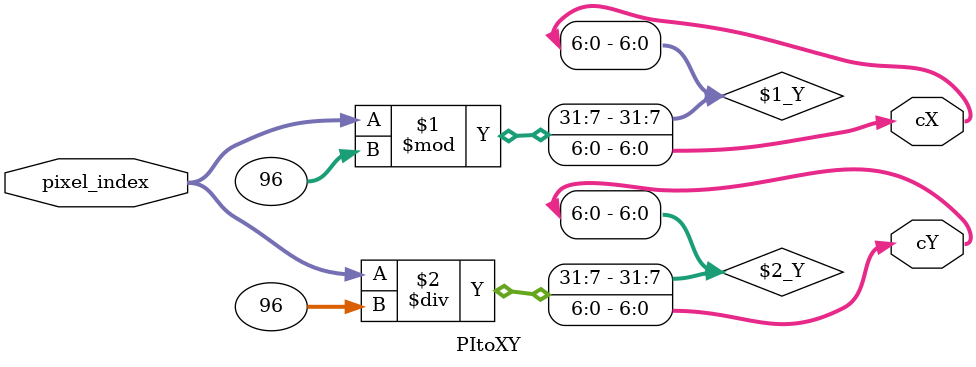
<source format=v>
`timescale 1ns / 1ps


module PItoXY(
    input [12:0] pixel_index,
    output [6:0] cX,
    output [6:0] cY
    );
    
    assign cX = pixel_index % 96;
    assign cY = pixel_index / 96;
endmodule

</source>
